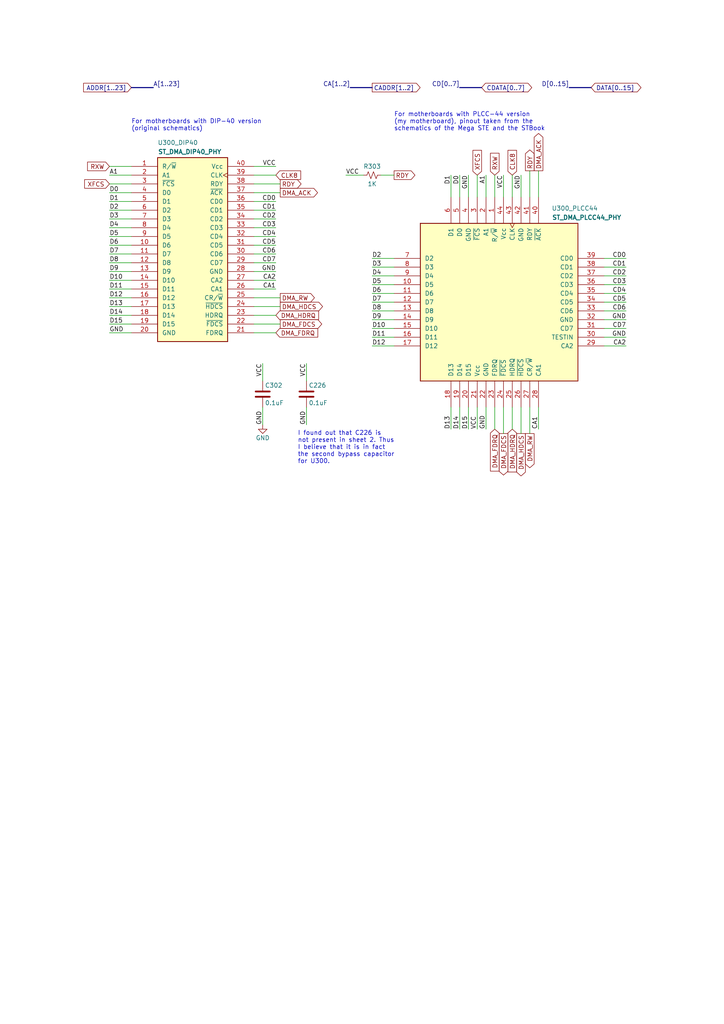
<source format=kicad_sch>
(kicad_sch (version 20230121) (generator eeschema)
  (paper "A4" portrait)
  (title_block (title "Converted schematics of Atari STE") (date "2021-08-31") (rev "1.0.0") (comment 1 "Reference : C300780-001"))
  (lib_symbols
    (symbol "Device:C" (pin_numbers hide) (pin_names (offset 0.254))
      (property "Reference" "C" (at 0.635 2.54 0))
      (property "Value" "C" (at 0.635 -2.54 0))
      (symbol "C_0_1"
        (polyline (pts (xy -2.032 -0.762) (xy 2.032 -0.762)) (stroke (width 0.508)))
        (polyline (pts (xy -2.032 0.762) (xy 2.032 0.762)) (stroke (width 0.508)))
      )
      (symbol "C_1_1"
        (pin passive line (at 0 3.81 270) (length 2.794) (name "~") (number "1"))
        (pin passive line (at 0 -3.81 90) (length 2.794) (name "~") (number "2"))
      )
    )
    (symbol "Device:R_Small_US" (pin_numbers hide) (pin_names (offset 0.254) hide)
      (property "Reference" "R" (at 0.762 0.508 0))
      (property "Value" "R_Small_US" (at 0.762 -1.016 0))
      (symbol "R_Small_US_1_1"
        (polyline (pts (xy 0 0) (xy 1.016 -0.381) (xy 0 -0.762) (xy -1.016 -1.143) (xy 0 -1.524)))
        (polyline (pts (xy 0 1.524) (xy 1.016 1.143) (xy 0 0.762) (xy -1.016 0.381) (xy 0 0)))
        (pin passive line (at 0 2.54 270) (length 1.016) (name "~") (number "1"))
        (pin passive line (at 0 -2.54 90) (length 1.016) (name "~") (number "2"))
      )
    )
    (symbol "power:GND" (power) (pin_names (offset 0))
      (property "Value" "GND" (at 0 -3.81 0))
      (symbol "GND_0_1"
        (polyline (pts (xy 0 0) (xy 0 -1.27) (xy 1.27 -1.27) (xy 0 -2.54) (xy -1.27 -1.27) (xy 0 -1.27)))
      )
      (symbol "GND_1_1"
        (pin power_in line (at 0 0 270) (length 0) hide (name "GND") (number "1"))
      )
    )
    (symbol "st_dma_dip40:ST_DMA_DIP40_PHY" (pin_names (offset 1.27))
      (property "Reference" "U" (at -10.16 31.75 0))
      (property "Value" "ST_DMA_DIP40_PHY" (at -10.16 29.21 0))
      (symbol "ST_DMA_DIP40_PHY_0_0"
        (rectangle (start -10.16 26.67) (end 10.16 -26.67) (stroke (width 0.254)) (fill (type background)))
        (pin input line (at -17.78 24.13 0) (length 7.62) (name "R/~{W}") (number "1"))
        (pin tri_state line (at -17.78 1.27 0) (length 7.62) (name "D6") (number "10"))
        (pin tri_state line (at -17.78 -1.27 0) (length 7.62) (name "D7") (number "11"))
        (pin tri_state line (at -17.78 -3.81 0) (length 7.62) (name "D8") (number "12"))
        (pin tri_state line (at -17.78 -6.35 0) (length 7.62) (name "D9") (number "13"))
        (pin tri_state line (at -17.78 -8.89 0) (length 7.62) (name "D10") (number "14"))
        (pin tri_state line (at -17.78 -11.43 0) (length 7.62) (name "D11") (number "15"))
        (pin tri_state line (at -17.78 -13.97 0) (length 7.62) (name "D12") (number "16"))
        (pin tri_state line (at -17.78 -16.51 0) (length 7.62) (name "D13") (number "17"))
        (pin tri_state line (at -17.78 -19.05 0) (length 7.62) (name "D14") (number "18"))
        (pin tri_state line (at -17.78 -21.59 0) (length 7.62) (name "D15") (number "19"))
        (pin input line (at -17.78 21.59 0) (length 7.62) (name "A1") (number "2"))
        (pin power_in line (at -17.78 -24.13 0) (length 7.62) (name "GND") (number "20"))
        (pin input line (at 17.78 -24.13 180) (length 7.62) (name "FDRQ") (number "21"))
        (pin open_collector line (at 17.78 -21.59 180) (length 7.62) (name "~{FDCS}") (number "22"))
        (pin input line (at 17.78 -19.05 180) (length 7.62) (name "HDRQ") (number "23"))
        (pin open_collector line (at 17.78 -16.51 180) (length 7.62) (name "~{HDCS}") (number "24"))
        (pin open_collector line (at 17.78 -13.97 180) (length 7.62) (name "CR/~{W}") (number "25"))
        (pin tri_state line (at 17.78 -11.43 180) (length 7.62) (name "CA1") (number "26"))
        (pin tri_state line (at 17.78 -8.89 180) (length 7.62) (name "CA2") (number "27"))
        (pin power_in line (at 17.78 -6.35 180) (length 7.62) (name "GND") (number "28"))
        (pin tri_state line (at 17.78 -3.81 180) (length 7.62) (name "CD7") (number "29"))
        (pin input line (at -17.78 19.05 0) (length 7.62) (name "~{FCS}") (number "3"))
        (pin tri_state line (at 17.78 -1.27 180) (length 7.62) (name "CD6") (number "30"))
        (pin tri_state line (at 17.78 1.27 180) (length 7.62) (name "CD5") (number "31"))
        (pin tri_state line (at 17.78 3.81 180) (length 7.62) (name "CD4") (number "32"))
        (pin tri_state line (at 17.78 6.35 180) (length 7.62) (name "CD3") (number "33"))
        (pin tri_state line (at 17.78 8.89 180) (length 7.62) (name "CD2") (number "34"))
        (pin tri_state line (at 17.78 11.43 180) (length 7.62) (name "CD1") (number "35"))
        (pin tri_state line (at 17.78 13.97 180) (length 7.62) (name "CD0") (number "36"))
        (pin open_collector line (at 17.78 16.51 180) (length 7.62) (name "~{ACK}") (number "37"))
        (pin tri_state line (at 17.78 19.05 180) (length 7.62) (name "RDY") (number "38"))
        (pin input clock (at 17.78 21.59 180) (length 7.62) (name "CLK") (number "39"))
        (pin tri_state line (at -17.78 16.51 0) (length 7.62) (name "D0") (number "4"))
        (pin power_in line (at 17.78 24.13 180) (length 7.62) (name "Vcc") (number "40"))
        (pin tri_state line (at -17.78 13.97 0) (length 7.62) (name "D1") (number "5"))
        (pin tri_state line (at -17.78 11.43 0) (length 7.62) (name "D2") (number "6"))
        (pin tri_state line (at -17.78 8.89 0) (length 7.62) (name "D3") (number "7"))
        (pin tri_state line (at -17.78 6.35 0) (length 7.62) (name "D4") (number "8"))
        (pin tri_state line (at -17.78 3.81 0) (length 7.62) (name "D5") (number "9"))
      )
    )
    (symbol "st_dma_plcc44:ST_DMA_PLCC44_PHY" (pin_names (offset 1.27))
      (property "Reference" "U" (at 15.24 27.94 0))
      (property "Value" "ST_DMA_PLCC44_PHY" (at 15.24 25.4 0))
      (symbol "ST_DMA_PLCC44_PHY_0_0"
        (rectangle (start -22.86 22.86) (end 22.86 -22.86) (stroke (width 0.254)) (fill (type background)))
        (pin input line (at -1.27 30.48 270) (length 7.62) (name "R/~{W}") (number "1"))
        (pin tri_state line (at -30.48 5.08 0) (length 7.62) (name "D5") (number "10"))
        (pin tri_state line (at -30.48 2.54 0) (length 7.62) (name "D6") (number "11"))
        (pin tri_state line (at -30.48 0 0) (length 7.62) (name "D7") (number "12"))
        (pin tri_state line (at -30.48 -2.54 0) (length 7.62) (name "D8") (number "13"))
        (pin tri_state line (at -30.48 -5.08 0) (length 7.62) (name "D9") (number "14"))
        (pin tri_state line (at -30.48 -7.62 0) (length 7.62) (name "D10") (number "15"))
        (pin tri_state line (at -30.48 -10.16 0) (length 7.62) (name "D11") (number "16"))
        (pin tri_state line (at -30.48 -12.7 0) (length 7.62) (name "D12") (number "17"))
        (pin tri_state line (at -13.97 -30.48 90) (length 7.62) (name "D13") (number "18"))
        (pin tri_state line (at -11.43 -30.48 90) (length 7.62) (name "D14") (number "19"))
        (pin input line (at -3.81 30.48 270) (length 7.62) (name "A1") (number "2"))
        (pin tri_state line (at -8.89 -30.48 90) (length 7.62) (name "D15") (number "20"))
        (pin power_in line (at -6.35 -30.48 90) (length 7.62) (name "Vcc") (number "21"))
        (pin power_in line (at -3.81 -30.48 90) (length 7.62) (name "GND") (number "22"))
        (pin input line (at -1.27 -30.48 90) (length 7.62) (name "FDRQ") (number "23"))
        (pin open_collector line (at 1.27 -30.48 90) (length 7.62) (name "~{FDCS}") (number "24"))
        (pin input line (at 3.81 -30.48 90) (length 7.62) (name "HDRQ") (number "25"))
        (pin open_collector line (at 6.35 -30.48 90) (length 7.62) (name "~{HDCS}") (number "26"))
        (pin open_collector line (at 8.89 -30.48 90) (length 7.62) (name "CR/~{W}") (number "27"))
        (pin tri_state line (at 11.43 -30.48 90) (length 7.62) (name "CA1") (number "28"))
        (pin tri_state line (at 30.48 -12.7 180) (length 7.62) (name "CA2") (number "29"))
        (pin input line (at -6.35 30.48 270) (length 7.62) (name "~{FCS}") (number "3"))
        (pin input line (at 30.48 -10.16 180) (length 7.62) (name "TESTIN") (number "30"))
        (pin tri_state line (at 30.48 -7.62 180) (length 7.62) (name "CD7") (number "31"))
        (pin power_in line (at 30.48 -5.08 180) (length 7.62) (name "GND") (number "32"))
        (pin tri_state line (at 30.48 -2.54 180) (length 7.62) (name "CD6") (number "33"))
        (pin tri_state line (at 30.48 0 180) (length 7.62) (name "CD5") (number "34"))
        (pin tri_state line (at 30.48 2.54 180) (length 7.62) (name "CD4") (number "35"))
        (pin tri_state line (at 30.48 5.08 180) (length 7.62) (name "CD3") (number "36"))
        (pin tri_state line (at 30.48 7.62 180) (length 7.62) (name "CD2") (number "37"))
        (pin tri_state line (at 30.48 10.16 180) (length 7.62) (name "CD1") (number "38"))
        (pin tri_state line (at 30.48 12.7 180) (length 7.62) (name "CD0") (number "39"))
        (pin power_in line (at -8.89 30.48 270) (length 7.62) (name "GND") (number "4"))
        (pin open_collector line (at 11.43 30.48 270) (length 7.62) (name "~{ACK}") (number "40"))
        (pin tri_state line (at 8.89 30.48 270) (length 7.62) (name "RDY") (number "41"))
        (pin power_in line (at 6.35 30.48 270) (length 7.62) (name "GND") (number "42"))
        (pin input clock (at 3.81 30.48 270) (length 7.62) (name "CLK") (number "43"))
        (pin power_in line (at 1.27 30.48 270) (length 7.62) (name "Vcc") (number "44"))
        (pin tri_state line (at -11.43 30.48 270) (length 7.62) (name "D0") (number "5"))
        (pin tri_state line (at -13.97 30.48 270) (length 7.62) (name "D1") (number "6"))
        (pin tri_state line (at -30.48 12.7 0) (length 7.62) (name "D2") (number "7"))
        (pin tri_state line (at -30.48 10.16 0) (length 7.62) (name "D3") (number "8"))
        (pin tri_state line (at -30.48 7.62 0) (length 7.62) (name "D4") (number "9"))
      )
    )
  )
  (wire (pts (xy 175.26 97.79) (xy 181.61 97.79)))
  (wire (pts (xy 175.26 95.25) (xy 181.61 95.25)))
  (wire (pts (xy 31.75 86.36) (xy 38.1 86.36)))
  (wire (pts (xy 31.75 93.98) (xy 38.1 93.98)))
  (wire (pts (xy 31.75 78.74) (xy 38.1 78.74)))
  (wire (pts (xy 107.95 90.17) (xy 114.3 90.17)))
  (wire (pts (xy 73.66 88.9) (xy 81.28 88.9)))
  (wire (pts (xy 153.67 118.11) (xy 153.67 125.73)))
  (wire (pts (xy 31.75 71.12) (xy 38.1 71.12)))
  (wire (pts (xy 73.66 93.98) (xy 81.28 93.98)))
  (wire (pts (xy 130.81 50.8) (xy 130.81 57.15)))
  (wire (pts (xy 73.66 53.34) (xy 81.28 53.34)))
  (wire (pts (xy 80.01 50.8) (xy 73.66 50.8)))
  (wire (pts (xy 143.51 118.11) (xy 143.51 124.46)))
  (wire (pts (xy 156.21 124.46) (xy 156.21 118.11)))
  (wire (pts (xy 175.26 85.09) (xy 181.61 85.09)))
  (wire (pts (xy 133.35 50.8) (xy 133.35 57.15)))
  (wire (pts (xy 31.75 58.42) (xy 38.1 58.42)))
  (wire (pts (xy 135.89 50.8) (xy 135.89 57.15)))
  (wire (pts (xy 140.97 118.11) (xy 140.97 124.46)))
  (wire (pts (xy 107.95 97.79) (xy 114.3 97.79)))
  (wire (pts (xy 31.75 73.66) (xy 38.1 73.66)))
  (wire (pts (xy 156.21 49.53) (xy 156.21 57.15)))
  (wire (pts (xy 175.26 80.01) (xy 181.61 80.01)))
  (wire (pts (xy 31.75 68.58) (xy 38.1 68.58)))
  (wire (pts (xy 140.97 50.8) (xy 140.97 57.15)))
  (bus (pts (xy 133.35 25.4) (xy 139.7 25.4)))
  (wire (pts (xy 130.81 118.11) (xy 130.81 124.46)))
  (wire (pts (xy 31.75 96.52) (xy 38.1 96.52)))
  (wire (pts (xy 31.75 63.5) (xy 38.1 63.5)))
  (wire (pts (xy 100.33 50.8) (xy 105.41 50.8)))
  (wire (pts (xy 73.66 63.5) (xy 80.01 63.5)))
  (wire (pts (xy 73.66 55.88) (xy 81.28 55.88)))
  (wire (pts (xy 73.66 68.58) (xy 80.01 68.58)))
  (wire (pts (xy 31.75 48.26) (xy 38.1 48.26)))
  (wire (pts (xy 73.66 86.36) (xy 81.28 86.36)))
  (wire (pts (xy 73.66 83.82) (xy 80.01 83.82)))
  (wire (pts (xy 88.9 105.41) (xy 88.9 110.49)))
  (wire (pts (xy 151.13 118.11) (xy 151.13 125.73)))
  (wire (pts (xy 31.75 53.34) (xy 38.1 53.34)))
  (wire (pts (xy 73.66 66.04) (xy 80.01 66.04)))
  (wire (pts (xy 76.2 118.11) (xy 76.2 123.19)))
  (bus (pts (xy 38.1 25.4) (xy 44.45 25.4)))
  (wire (pts (xy 148.59 50.8) (xy 148.59 57.15)))
  (wire (pts (xy 31.75 83.82) (xy 38.1 83.82)))
  (wire (pts (xy 138.43 118.11) (xy 138.43 124.46)))
  (wire (pts (xy 175.26 90.17) (xy 181.61 90.17)))
  (wire (pts (xy 107.95 82.55) (xy 114.3 82.55)))
  (wire (pts (xy 107.95 80.01) (xy 114.3 80.01)))
  (wire (pts (xy 107.95 87.63) (xy 114.3 87.63)))
  (bus (pts (xy 165.1 25.4) (xy 171.45 25.4)))
  (wire (pts (xy 31.75 66.04) (xy 38.1 66.04)))
  (wire (pts (xy 175.26 100.33) (xy 181.61 100.33)))
  (wire (pts (xy 31.75 50.8) (xy 38.1 50.8)))
  (wire (pts (xy 138.43 50.8) (xy 138.43 57.15)))
  (wire (pts (xy 133.35 124.46) (xy 133.35 118.11)))
  (wire (pts (xy 110.49 50.8) (xy 114.3 50.8)))
  (wire (pts (xy 73.66 76.2) (xy 80.01 76.2)))
  (bus (pts (xy 101.6 25.4) (xy 107.95 25.4)))
  (wire (pts (xy 107.95 74.93) (xy 114.3 74.93)))
  (wire (pts (xy 175.26 82.55) (xy 181.61 82.55)))
  (wire (pts (xy 76.2 105.41) (xy 76.2 110.49)))
  (wire (pts (xy 73.66 78.74) (xy 80.01 78.74)))
  (wire (pts (xy 146.05 118.11) (xy 146.05 125.73)))
  (wire (pts (xy 73.66 91.44) (xy 80.01 91.44)))
  (wire (pts (xy 31.75 81.28) (xy 38.1 81.28)))
  (wire (pts (xy 31.75 76.2) (xy 38.1 76.2)))
  (wire (pts (xy 107.95 85.09) (xy 114.3 85.09)))
  (wire (pts (xy 175.26 92.71) (xy 181.61 92.71)))
  (wire (pts (xy 135.89 118.11) (xy 135.89 124.46)))
  (wire (pts (xy 175.26 77.47) (xy 181.61 77.47)))
  (wire (pts (xy 143.51 57.15) (xy 143.51 50.8)))
  (wire (pts (xy 88.9 118.11) (xy 88.9 123.19)))
  (wire (pts (xy 73.66 81.28) (xy 80.01 81.28)))
  (wire (pts (xy 73.66 58.42) (xy 80.01 58.42)))
  (wire (pts (xy 31.75 91.44) (xy 38.1 91.44)))
  (wire (pts (xy 107.95 95.25) (xy 114.3 95.25)))
  (wire (pts (xy 146.05 50.8) (xy 146.05 57.15)))
  (wire (pts (xy 107.95 100.33) (xy 114.3 100.33)))
  (wire (pts (xy 73.66 96.52) (xy 80.01 96.52)))
  (wire (pts (xy 31.75 60.96) (xy 38.1 60.96)))
  (wire (pts (xy 107.95 92.71) (xy 114.3 92.71)))
  (wire (pts (xy 148.59 124.46) (xy 148.59 118.11)))
  (wire (pts (xy 73.66 73.66) (xy 80.01 73.66)))
  (wire (pts (xy 73.66 48.26) (xy 80.01 48.26)))
  (wire (pts (xy 107.95 77.47) (xy 114.3 77.47)))
  (wire (pts (xy 73.66 60.96) (xy 80.01 60.96)))
  (wire (pts (xy 73.66 71.12) (xy 80.01 71.12)))
  (wire (pts (xy 31.75 88.9) (xy 38.1 88.9)))
  (wire (pts (xy 175.26 74.93) (xy 181.61 74.93)))
  (wire (pts (xy 151.13 50.8) (xy 151.13 57.15)))
  (wire (pts (xy 153.67 49.53) (xy 153.67 57.15)))
  (wire (pts (xy 175.26 87.63) (xy 181.61 87.63)))
  (wire (pts (xy 31.75 55.88) (xy 38.1 55.88)))
  (text "For motherboards with DIP-40 version\n(original schematics)" (at 38.1 38.1 0) (effects (font (size 1.27 1.27)) (justify left bottom)))
  (text "I found out that C226 is\nnot present in sheet 2. Thus\nI believe that it is in fact\nthe second bypass capacitor \nfor U300." (at 86.36 134.62 0) (effects (font (size 1.27 1.27)) (justify left bottom)))
  (text "For motherboards with PLCC-44 version\n(my motherboard), pinout taken from the\nschematics of the Mega STE and the STBook" (at 114.3 38.1 0) (effects (font (size 1.27 1.27)) (justify left bottom)))
  (label "D9" (at 107.95 92.71 0))
  (label "D3" (at 107.95 77.47 0))
  (label "D0" (at 133.35 50.8 270))
  (label "D13" (at 130.81 124.46 90))
  (label "GND" (at 151.13 50.8 270))
  (label "CD6" (at 80.01 73.66 180))
  (label "D1" (at 130.81 50.8 270))
  (label "CA2" (at 181.61 100.33 180))
  (label "D6" (at 31.75 71.12 0))
  (label "D7" (at 31.75 73.66 0))
  (label "GND" (at 88.9 123.19 90))
  (label "D12" (at 107.95 100.33 0))
  (label "CD5" (at 181.61 87.63 180))
  (label "GND" (at 181.61 92.71 180))
  (label "CD2" (at 80.01 63.5 180))
  (label "D11" (at 107.95 97.79 0))
  (label "A[1..23]" (at 44.45 25.4 0))
  (label "VCC" (at 100.33 50.8 0))
  (label "D4" (at 107.95 80.01 0))
  (label "D10" (at 31.75 81.28 0))
  (label "CD0" (at 80.01 58.42 180))
  (label "CD[0..7]" (at 133.35 25.4 180))
  (label "D10" (at 107.95 95.25 0))
  (label "D15" (at 31.75 93.98 0))
  (label "CD7" (at 80.01 76.2 180))
  (label "VCC" (at 80.01 48.26 180))
  (label "GND" (at 181.61 97.79 180))
  (label "D13" (at 31.75 88.9 0))
  (label "CD4" (at 80.01 68.58 180))
  (label "D[0..15]" (at 165.1 25.4 180))
  (label "CD0" (at 181.61 74.93 180))
  (label "GND" (at 140.97 124.46 90))
  (label "D11" (at 31.75 83.82 0))
  (label "VCC" (at 76.2 105.41 270))
  (label "D14" (at 31.75 91.44 0))
  (label "GND" (at 80.01 78.74 180))
  (label "A1" (at 140.97 50.8 270))
  (label "VCC" (at 88.9 105.41 270))
  (label "D15" (at 135.89 124.46 90))
  (label "CA1" (at 156.21 124.46 90))
  (label "GND" (at 135.89 50.8 270))
  (label "D7" (at 107.95 87.63 0))
  (label "D14" (at 133.35 124.46 90))
  (label "CD3" (at 80.01 66.04 180))
  (label "D0" (at 31.75 55.88 0))
  (label "CD4" (at 181.61 85.09 180))
  (label "VCC" (at 146.05 50.8 270))
  (label "D6" (at 107.95 85.09 0))
  (label "D5" (at 107.95 82.55 0))
  (label "D4" (at 31.75 66.04 0))
  (label "D1" (at 31.75 58.42 0))
  (label "CD7" (at 181.61 95.25 180))
  (label "CA2" (at 80.01 81.28 180))
  (label "CD6" (at 181.61 90.17 180))
  (label "GND" (at 31.75 96.52 0))
  (label "D5" (at 31.75 68.58 0))
  (label "D12" (at 31.75 86.36 0))
  (label "D8" (at 31.75 76.2 0))
  (label "D3" (at 31.75 63.5 0))
  (label "D2" (at 31.75 60.96 0))
  (label "D9" (at 31.75 78.74 0))
  (label "D8" (at 107.95 90.17 0))
  (label "CD1" (at 80.01 60.96 180))
  (label "GND" (at 76.2 123.19 90))
  (label "CA1" (at 80.01 83.82 180))
  (label "VCC" (at 138.43 124.46 90))
  (label "D2" (at 107.95 74.93 0))
  (label "A1" (at 31.75 50.8 0))
  (label "CD1" (at 181.61 77.47 180))
  (label "CD5" (at 80.01 71.12 180))
  (label "CA[1..2]" (at 101.6 25.4 180))
  (label "CD3" (at 181.61 82.55 180))
  (label "CD2" (at 181.61 80.01 180))
  (global_label "DMA_FDCS" (shape output) (at 81.28 93.98 0) (property "Intersheetrefs" "${INTERSHEET_REFS}" (effects hide)))
  (global_label "DMA_ACK" (shape output) (at 156.21 49.53 90) (property "Intersheetrefs" "${INTERSHEET_REFS}" (effects hide)))
  (global_label "DMA_FDCS" (shape output) (at 146.05 125.73 270) (property "Intersheetrefs" "${INTERSHEET_REFS}" (effects hide)))
  (global_label "CADDR[1..2]" (shape output) (at 107.95 25.4 0) (property "Intersheetrefs" "${INTERSHEET_REFS}" (effects hide)))
  (global_label "ADDR[1..23]" (shape input) (at 38.1 25.4 180) (property "Intersheetrefs" "${INTERSHEET_REFS}" (effects hide)))
  (global_label "XFCS" (shape input) (at 138.43 50.8 90) (property "Intersheetrefs" "${INTERSHEET_REFS}" (effects hide)))
  (global_label "DMA_HDCS" (shape output) (at 151.13 125.73 270) (property "Intersheetrefs" "${INTERSHEET_REFS}" (effects hide)))
  (global_label "DMA_FDRQ" (shape input) (at 80.01 96.52 0) (property "Intersheetrefs" "${INTERSHEET_REFS}" (effects hide)))
  (global_label "DATA[0..15]" (shape bidirectional) (at 171.45 25.4 0) (property "Intersheetrefs" "${INTERSHEET_REFS}" (effects hide)))
  (global_label "DMA_ACK" (shape output) (at 81.28 55.88 0) (property "Intersheetrefs" "${INTERSHEET_REFS}" (effects hide)))
  (global_label "XFCS" (shape input) (at 31.75 53.34 180) (property "Intersheetrefs" "${INTERSHEET_REFS}" (effects hide)))
  (global_label "RXW" (shape input) (at 31.75 48.26 180) (property "Intersheetrefs" "${INTERSHEET_REFS}" (effects hide)))
  (global_label "DMA_FDRQ" (shape input) (at 143.51 124.46 270) (property "Intersheetrefs" "${INTERSHEET_REFS}" (effects hide)))
  (global_label "DMA_RW" (shape output) (at 153.67 125.73 270) (property "Intersheetrefs" "${INTERSHEET_REFS}" (effects hide)))
  (global_label "CDATA[0..7]" (shape bidirectional) (at 139.7 25.4 0) (property "Intersheetrefs" "${INTERSHEET_REFS}" (effects hide)))
  (global_label "DMA_HDCS" (shape output) (at 81.28 88.9 0) (property "Intersheetrefs" "${INTERSHEET_REFS}" (effects hide)))
  (global_label "RDY" (shape output) (at 114.3 50.8 0) (property "Intersheetrefs" "${INTERSHEET_REFS}" (effects hide)))
  (global_label "RXW" (shape input) (at 143.51 50.8 90) (property "Intersheetrefs" "${INTERSHEET_REFS}" (effects hide)))
  (global_label "DMA_HDRQ" (shape input) (at 80.01 91.44 0) (property "Intersheetrefs" "${INTERSHEET_REFS}" (effects hide)))
  (global_label "CLK8" (shape input) (at 148.59 50.8 90) (property "Intersheetrefs" "${INTERSHEET_REFS}" (effects hide)))
  (global_label "CLK8" (shape input) (at 80.01 50.8 0) (property "Intersheetrefs" "${INTERSHEET_REFS}" (effects hide)))
  (global_label "DMA_HDRQ" (shape input) (at 148.59 124.46 270) (property "Intersheetrefs" "${INTERSHEET_REFS}" (effects hide)))
  (global_label "RDY" (shape output) (at 153.67 49.53 90) (property "Intersheetrefs" "${INTERSHEET_REFS}" (effects hide)))
  (global_label "RDY" (shape output) (at 81.28 53.34 0) (property "Intersheetrefs" "${INTERSHEET_REFS}" (effects hide)))
  (global_label "DMA_RW" (shape output) (at 81.28 86.36 0) (property "Intersheetrefs" "${INTERSHEET_REFS}" (effects hide)))
  (symbol (lib_id "st_dma_plcc44:ST_DMA_PLCC44_PHY") (at 144.78 87.63 0) (unit 1)
    (property "Reference" "U300_PLCC44" (at 160.02 59.69 0) (effects (justify left top)))
    (property "Value" "ST_DMA_PLCC44_PHY" (at 160.02 62.23 0) (effects (font bold) (justify left top)))
    (property "Footprint" "Package_LCC:PLCC-44_THT-Socket" (effects hide))
    (property "Datasheet" "https://docs.dev-docs.org/htm/search.php?find=Atari+STBook+Schematic+" (effects hide))
  )
  (symbol (lib_id "st_dma_dip40:ST_DMA_DIP40_PHY") (at 55.88 72.39 0) (unit 1)
    (property "Reference" "U300_DIP40" (at 45.72 40.64 0) (effects (justify left top)))
    (property "Value" "ST_DMA_DIP40_PHY" (at 45.72 43.18 0) (effects (font bold) (justify left top)))
    (property "Footprint" "Package_DIP:DIP-40_W15.24mm_LongPads" (effects hide))
    (property "Datasheet" "https://docs.dev-docs.org/htm/search.php?find=Atari+STBook+Schematic+" (effects hide))
  )
  (symbol (lib_id "Device:C") (at 76.2 114.3 0) (unit 1)
    (property "Reference" "C302" (at 76.835 111.76 0) (effects (justify left)))
    (property "Value" "0.1uF" (at 76.835 116.84 0) (effects (justify left)))
    (property "Footprint" "commons_passives_THT:Passive_THT_capacitor_mlcc_W2.54mm_L7.62mm" (effects hide))
  )
  (symbol (lib_id "Device:R_Small_US") (at 107.95 50.8 270) (unit 1)
    (property "Reference" "R303" (at 107.95 48.26 90))
    (property "Value" "1K" (at 107.95 53.34 90))
    (property "Footprint" "commons_passives_THT:Passive_THT_resistor_W2.54mm_L12.70mm" (effects hide))
  )
  (symbol (lib_id "Device:C") (at 88.9 114.3 0) (unit 1)
    (property "Reference" "C226" (at 89.535 111.76 0) (effects (justify left)))
    (property "Value" "0.1uF" (at 89.535 116.84 0) (effects (justify left)))
    (property "Footprint" "commons_passives_THT:Passive_THT_capacitor_mlcc_W2.54mm_L7.62mm" (effects hide))
  )
  (symbol (lib_id "power:GND") (at 76.2 123.19 0) (unit 1)
    (property "Reference" "#PWR022" (effects hide))
    (property "Value" "GND" (at 76.2 127 0))
  )
)
</source>
